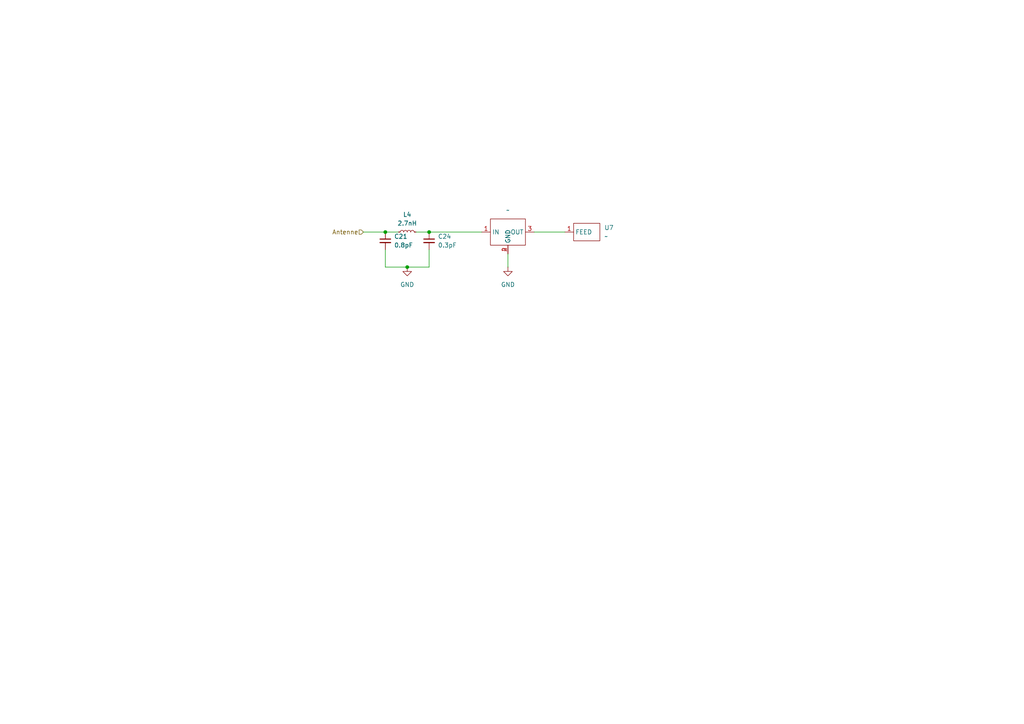
<source format=kicad_sch>
(kicad_sch
	(version 20250114)
	(generator "eeschema")
	(generator_version "9.0")
	(uuid "b0d12cb6-3018-4f6f-96fb-42b3d2fe9cd6")
	(paper "A4")
	(lib_symbols
		(symbol "DLF162500LT-5028A1:LOWPASS"
			(exclude_from_sim no)
			(in_bom yes)
			(on_board yes)
			(property "Reference" "U"
				(at 0 7.62 0)
				(effects
					(font
						(size 1.27 1.27)
					)
					(hide yes)
				)
			)
			(property "Value" ""
				(at 0 0 0)
				(effects
					(font
						(size 1.27 1.27)
					)
				)
			)
			(property "Footprint" ""
				(at 0 0 0)
				(effects
					(font
						(size 1.27 1.27)
					)
					(hide yes)
				)
			)
			(property "Datasheet" ""
				(at 0 0 0)
				(effects
					(font
						(size 1.27 1.27)
					)
					(hide yes)
				)
			)
			(property "Description" ""
				(at 0 0 0)
				(effects
					(font
						(size 1.27 1.27)
					)
					(hide yes)
				)
			)
			(symbol "LOWPASS_0_1"
				(rectangle
					(start -5.08 3.81)
					(end 5.08 -3.81)
					(stroke
						(width 0)
						(type default)
					)
					(fill
						(type none)
					)
				)
			)
			(symbol "LOWPASS_1_1"
				(pin input line
					(at -7.62 0 0)
					(length 2.54)
					(name "IN"
						(effects
							(font
								(size 1.27 1.27)
							)
						)
					)
					(number "1"
						(effects
							(font
								(size 1.27 1.27)
							)
						)
					)
				)
				(pin power_in line
					(at 0 -6.35 90)
					(length 2.54)
					(name "GND"
						(effects
							(font
								(size 1.27 1.27)
							)
						)
					)
					(number "2"
						(effects
							(font
								(size 1.27 1.27)
							)
						)
					)
				)
				(pin power_in line
					(at 0 -6.35 90)
					(length 2.54)
					(name "GND"
						(effects
							(font
								(size 1.27 1.27)
							)
						)
					)
					(number "4"
						(effects
							(font
								(size 1.27 1.27)
							)
						)
					)
				)
				(pin output line
					(at 7.62 0 180)
					(length 2.54)
					(name "OUT"
						(effects
							(font
								(size 1.27 1.27)
							)
						)
					)
					(number "3"
						(effects
							(font
								(size 1.27 1.27)
							)
						)
					)
				)
			)
			(embedded_fonts no)
		)
		(symbol "Device:C_Small"
			(pin_numbers
				(hide yes)
			)
			(pin_names
				(offset 0.254)
				(hide yes)
			)
			(exclude_from_sim no)
			(in_bom yes)
			(on_board yes)
			(property "Reference" "C"
				(at 0.254 1.778 0)
				(effects
					(font
						(size 1.27 1.27)
					)
					(justify left)
				)
			)
			(property "Value" "C_Small"
				(at 0.254 -2.032 0)
				(effects
					(font
						(size 1.27 1.27)
					)
					(justify left)
				)
			)
			(property "Footprint" ""
				(at 0 0 0)
				(effects
					(font
						(size 1.27 1.27)
					)
					(hide yes)
				)
			)
			(property "Datasheet" "~"
				(at 0 0 0)
				(effects
					(font
						(size 1.27 1.27)
					)
					(hide yes)
				)
			)
			(property "Description" "Unpolarized capacitor, small symbol"
				(at 0 0 0)
				(effects
					(font
						(size 1.27 1.27)
					)
					(hide yes)
				)
			)
			(property "ki_keywords" "capacitor cap"
				(at 0 0 0)
				(effects
					(font
						(size 1.27 1.27)
					)
					(hide yes)
				)
			)
			(property "ki_fp_filters" "C_*"
				(at 0 0 0)
				(effects
					(font
						(size 1.27 1.27)
					)
					(hide yes)
				)
			)
			(symbol "C_Small_0_1"
				(polyline
					(pts
						(xy -1.524 0.508) (xy 1.524 0.508)
					)
					(stroke
						(width 0.3048)
						(type default)
					)
					(fill
						(type none)
					)
				)
				(polyline
					(pts
						(xy -1.524 -0.508) (xy 1.524 -0.508)
					)
					(stroke
						(width 0.3302)
						(type default)
					)
					(fill
						(type none)
					)
				)
			)
			(symbol "C_Small_1_1"
				(pin passive line
					(at 0 2.54 270)
					(length 2.032)
					(name "~"
						(effects
							(font
								(size 1.27 1.27)
							)
						)
					)
					(number "1"
						(effects
							(font
								(size 1.27 1.27)
							)
						)
					)
				)
				(pin passive line
					(at 0 -2.54 90)
					(length 2.032)
					(name "~"
						(effects
							(font
								(size 1.27 1.27)
							)
						)
					)
					(number "2"
						(effects
							(font
								(size 1.27 1.27)
							)
						)
					)
				)
			)
			(embedded_fonts no)
		)
		(symbol "Device:L_Small"
			(pin_numbers
				(hide yes)
			)
			(pin_names
				(offset 0.254)
				(hide yes)
			)
			(exclude_from_sim no)
			(in_bom yes)
			(on_board yes)
			(property "Reference" "L"
				(at 0.762 1.016 0)
				(effects
					(font
						(size 1.27 1.27)
					)
					(justify left)
				)
			)
			(property "Value" "L_Small"
				(at 0.762 -1.016 0)
				(effects
					(font
						(size 1.27 1.27)
					)
					(justify left)
				)
			)
			(property "Footprint" ""
				(at 0 0 0)
				(effects
					(font
						(size 1.27 1.27)
					)
					(hide yes)
				)
			)
			(property "Datasheet" "~"
				(at 0 0 0)
				(effects
					(font
						(size 1.27 1.27)
					)
					(hide yes)
				)
			)
			(property "Description" "Inductor, small symbol"
				(at 0 0 0)
				(effects
					(font
						(size 1.27 1.27)
					)
					(hide yes)
				)
			)
			(property "ki_keywords" "inductor choke coil reactor magnetic"
				(at 0 0 0)
				(effects
					(font
						(size 1.27 1.27)
					)
					(hide yes)
				)
			)
			(property "ki_fp_filters" "Choke_* *Coil* Inductor_* L_*"
				(at 0 0 0)
				(effects
					(font
						(size 1.27 1.27)
					)
					(hide yes)
				)
			)
			(symbol "L_Small_0_1"
				(arc
					(start 0 2.032)
					(mid 0.5058 1.524)
					(end 0 1.016)
					(stroke
						(width 0)
						(type default)
					)
					(fill
						(type none)
					)
				)
				(arc
					(start 0 1.016)
					(mid 0.5058 0.508)
					(end 0 0)
					(stroke
						(width 0)
						(type default)
					)
					(fill
						(type none)
					)
				)
				(arc
					(start 0 0)
					(mid 0.5058 -0.508)
					(end 0 -1.016)
					(stroke
						(width 0)
						(type default)
					)
					(fill
						(type none)
					)
				)
				(arc
					(start 0 -1.016)
					(mid 0.5058 -1.524)
					(end 0 -2.032)
					(stroke
						(width 0)
						(type default)
					)
					(fill
						(type none)
					)
				)
			)
			(symbol "L_Small_1_1"
				(pin passive line
					(at 0 2.54 270)
					(length 0.508)
					(name "~"
						(effects
							(font
								(size 1.27 1.27)
							)
						)
					)
					(number "1"
						(effects
							(font
								(size 1.27 1.27)
							)
						)
					)
				)
				(pin passive line
					(at 0 -2.54 90)
					(length 0.508)
					(name "~"
						(effects
							(font
								(size 1.27 1.27)
							)
						)
					)
					(number "2"
						(effects
							(font
								(size 1.27 1.27)
							)
						)
					)
				)
			)
			(embedded_fonts no)
		)
		(symbol "antenna:AMCA31-2R450G-S1F-T3"
			(exclude_from_sim no)
			(in_bom yes)
			(on_board yes)
			(property "Reference" "U"
				(at 0 0 0)
				(effects
					(font
						(size 1.27 1.27)
					)
				)
			)
			(property "Value" ""
				(at 0 0 0)
				(effects
					(font
						(size 1.27 1.27)
					)
				)
			)
			(property "Footprint" ""
				(at 0 0 0)
				(effects
					(font
						(size 1.27 1.27)
					)
					(hide yes)
				)
			)
			(property "Datasheet" ""
				(at 0 0 0)
				(effects
					(font
						(size 1.27 1.27)
					)
					(hide yes)
				)
			)
			(property "Description" ""
				(at 0 0 0)
				(effects
					(font
						(size 1.27 1.27)
					)
					(hide yes)
				)
			)
			(symbol "AMCA31-2R450G-S1F-T3_0_1"
				(rectangle
					(start -3.81 2.54)
					(end 3.81 -2.54)
					(stroke
						(width 0)
						(type default)
					)
					(fill
						(type none)
					)
				)
			)
			(symbol "AMCA31-2R450G-S1F-T3_1_1"
				(pin input line
					(at -6.35 0 0)
					(length 2.54)
					(name "FEED"
						(effects
							(font
								(size 1.27 1.27)
							)
						)
					)
					(number "1"
						(effects
							(font
								(size 1.27 1.27)
							)
						)
					)
				)
			)
			(embedded_fonts no)
		)
		(symbol "power:GND"
			(power)
			(pin_numbers
				(hide yes)
			)
			(pin_names
				(offset 0)
				(hide yes)
			)
			(exclude_from_sim no)
			(in_bom yes)
			(on_board yes)
			(property "Reference" "#PWR"
				(at 0 -6.35 0)
				(effects
					(font
						(size 1.27 1.27)
					)
					(hide yes)
				)
			)
			(property "Value" "GND"
				(at 0 -3.81 0)
				(effects
					(font
						(size 1.27 1.27)
					)
				)
			)
			(property "Footprint" ""
				(at 0 0 0)
				(effects
					(font
						(size 1.27 1.27)
					)
					(hide yes)
				)
			)
			(property "Datasheet" ""
				(at 0 0 0)
				(effects
					(font
						(size 1.27 1.27)
					)
					(hide yes)
				)
			)
			(property "Description" "Power symbol creates a global label with name \"GND\" , ground"
				(at 0 0 0)
				(effects
					(font
						(size 1.27 1.27)
					)
					(hide yes)
				)
			)
			(property "ki_keywords" "global power"
				(at 0 0 0)
				(effects
					(font
						(size 1.27 1.27)
					)
					(hide yes)
				)
			)
			(symbol "GND_0_1"
				(polyline
					(pts
						(xy 0 0) (xy 0 -1.27) (xy 1.27 -1.27) (xy 0 -2.54) (xy -1.27 -1.27) (xy 0 -1.27)
					)
					(stroke
						(width 0)
						(type default)
					)
					(fill
						(type none)
					)
				)
			)
			(symbol "GND_1_1"
				(pin power_in line
					(at 0 0 270)
					(length 0)
					(name "~"
						(effects
							(font
								(size 1.27 1.27)
							)
						)
					)
					(number "1"
						(effects
							(font
								(size 1.27 1.27)
							)
						)
					)
				)
			)
			(embedded_fonts no)
		)
	)
	(junction
		(at 124.46 67.31)
		(diameter 0)
		(color 0 0 0 0)
		(uuid "095d66f1-06c2-41a0-8d93-a24f6987ffa0")
	)
	(junction
		(at 111.76 67.31)
		(diameter 0)
		(color 0 0 0 0)
		(uuid "0fa412a1-b9f6-4f23-a961-567af3eaf5ae")
	)
	(junction
		(at 118.11 77.47)
		(diameter 0)
		(color 0 0 0 0)
		(uuid "50fe6578-ae22-4acd-b602-3901543593ec")
	)
	(wire
		(pts
			(xy 111.76 67.31) (xy 115.57 67.31)
		)
		(stroke
			(width 0)
			(type default)
		)
		(uuid "14b64bac-8753-465c-9dea-62a63dd811de")
	)
	(wire
		(pts
			(xy 147.32 73.66) (xy 147.32 77.47)
		)
		(stroke
			(width 0)
			(type default)
		)
		(uuid "4605f409-7ceb-44d6-a171-f2042ddad362")
	)
	(wire
		(pts
			(xy 120.65 67.31) (xy 124.46 67.31)
		)
		(stroke
			(width 0)
			(type default)
		)
		(uuid "4742661c-140b-458c-8ec8-d828c7fd07ea")
	)
	(wire
		(pts
			(xy 154.94 67.31) (xy 163.83 67.31)
		)
		(stroke
			(width 0)
			(type default)
		)
		(uuid "540033ca-7bf2-4e04-8e77-369ad244f979")
	)
	(wire
		(pts
			(xy 111.76 72.39) (xy 111.76 77.47)
		)
		(stroke
			(width 0)
			(type default)
		)
		(uuid "55c0eab3-9144-4cc8-9b05-b5d62ded211f")
	)
	(wire
		(pts
			(xy 105.41 67.31) (xy 111.76 67.31)
		)
		(stroke
			(width 0)
			(type default)
		)
		(uuid "69a4926a-e7c5-49e9-b196-2d2891825a0a")
	)
	(wire
		(pts
			(xy 124.46 67.31) (xy 139.7 67.31)
		)
		(stroke
			(width 0)
			(type default)
		)
		(uuid "6c89de63-98c3-4a8b-9842-a2feab0a88e3")
	)
	(wire
		(pts
			(xy 111.76 77.47) (xy 118.11 77.47)
		)
		(stroke
			(width 0)
			(type default)
		)
		(uuid "adc4f6c8-8c6b-4a44-9857-f9043d66560e")
	)
	(wire
		(pts
			(xy 124.46 77.47) (xy 118.11 77.47)
		)
		(stroke
			(width 0)
			(type default)
		)
		(uuid "e17dee92-f059-4201-96d6-2fbd8d674a3e")
	)
	(wire
		(pts
			(xy 124.46 72.39) (xy 124.46 77.47)
		)
		(stroke
			(width 0)
			(type default)
		)
		(uuid "eb44cf54-586f-4934-90c7-045f16cb822a")
	)
	(hierarchical_label "Antenne"
		(shape input)
		(at 105.41 67.31 180)
		(effects
			(font
				(size 1.27 1.27)
			)
			(justify right)
		)
		(uuid "e0ef9577-6877-46b5-8ef1-d24b2643393e")
	)
	(symbol
		(lib_id "Device:C_Small")
		(at 124.46 69.85 0)
		(unit 1)
		(exclude_from_sim no)
		(in_bom yes)
		(on_board yes)
		(dnp no)
		(fields_autoplaced yes)
		(uuid "22cfae6f-3e86-4620-b93e-0062d558cb0f")
		(property "Reference" "C24"
			(at 127 68.5862 0)
			(effects
				(font
					(size 1.27 1.27)
				)
				(justify left)
			)
		)
		(property "Value" "0.3pF"
			(at 127 71.1262 0)
			(effects
				(font
					(size 1.27 1.27)
				)
				(justify left)
			)
		)
		(property "Footprint" ""
			(at 124.46 69.85 0)
			(effects
				(font
					(size 1.27 1.27)
				)
				(hide yes)
			)
		)
		(property "Datasheet" "~"
			(at 124.46 69.85 0)
			(effects
				(font
					(size 1.27 1.27)
				)
				(hide yes)
			)
		)
		(property "Description" "Unpolarized capacitor, small symbol"
			(at 124.46 69.85 0)
			(effects
				(font
					(size 1.27 1.27)
				)
				(hide yes)
			)
		)
		(pin "1"
			(uuid "367beb79-576f-4141-af4a-2af87e11c518")
		)
		(pin "2"
			(uuid "d8bc719b-bbea-41f2-815f-37fd04b58875")
		)
		(instances
			(project "PCB_robot_chat"
				(path "/3534a4da-1897-4a3c-809d-843e7f41fadb/dcb54d0e-6f93-4152-9411-db2ca32a4b3d"
					(reference "C24")
					(unit 1)
				)
			)
		)
	)
	(symbol
		(lib_id "DLF162500LT-5028A1:LOWPASS")
		(at 147.32 67.31 0)
		(unit 1)
		(exclude_from_sim no)
		(in_bom yes)
		(on_board yes)
		(dnp no)
		(fields_autoplaced yes)
		(uuid "252780ab-82b8-4250-b8ed-122971077be0")
		(property "Reference" "U8"
			(at 147.32 59.69 0)
			(effects
				(font
					(size 1.27 1.27)
				)
				(hide yes)
			)
		)
		(property "Value" "~"
			(at 147.32 60.96 0)
			(effects
				(font
					(size 1.27 1.27)
				)
			)
		)
		(property "Footprint" "DLF162500LT-5028A1:LOWPASS"
			(at 147.32 67.31 0)
			(effects
				(font
					(size 1.27 1.27)
				)
				(hide yes)
			)
		)
		(property "Datasheet" ""
			(at 147.32 67.31 0)
			(effects
				(font
					(size 1.27 1.27)
				)
				(hide yes)
			)
		)
		(property "Description" ""
			(at 147.32 67.31 0)
			(effects
				(font
					(size 1.27 1.27)
				)
				(hide yes)
			)
		)
		(pin "4"
			(uuid "5705d950-ce82-44cd-9979-fc4b80b860f6")
		)
		(pin "3"
			(uuid "0f6696de-891a-4221-9e9b-acd1b516f1eb")
		)
		(pin "1"
			(uuid "f8b41016-94e9-4eb1-9e78-ad7edec1cf5a")
		)
		(pin "2"
			(uuid "eb7b0e53-c818-4033-9bca-4bb25080402f")
		)
		(instances
			(project ""
				(path "/3534a4da-1897-4a3c-809d-843e7f41fadb/dcb54d0e-6f93-4152-9411-db2ca32a4b3d"
					(reference "U8")
					(unit 1)
				)
			)
		)
	)
	(symbol
		(lib_id "Device:C_Small")
		(at 111.76 69.85 0)
		(unit 1)
		(exclude_from_sim no)
		(in_bom yes)
		(on_board yes)
		(dnp no)
		(fields_autoplaced yes)
		(uuid "2c1e7044-39c2-4839-a5f1-2816c7a4244a")
		(property "Reference" "C21"
			(at 114.3 68.5862 0)
			(effects
				(font
					(size 1.27 1.27)
				)
				(justify left)
			)
		)
		(property "Value" "0.8pF"
			(at 114.3 71.1262 0)
			(effects
				(font
					(size 1.27 1.27)
				)
				(justify left)
			)
		)
		(property "Footprint" ""
			(at 111.76 69.85 0)
			(effects
				(font
					(size 1.27 1.27)
				)
				(hide yes)
			)
		)
		(property "Datasheet" "~"
			(at 111.76 69.85 0)
			(effects
				(font
					(size 1.27 1.27)
				)
				(hide yes)
			)
		)
		(property "Description" "Unpolarized capacitor, small symbol"
			(at 111.76 69.85 0)
			(effects
				(font
					(size 1.27 1.27)
				)
				(hide yes)
			)
		)
		(pin "1"
			(uuid "2c9258c3-41b2-4bfb-893d-a27a018a2277")
		)
		(pin "2"
			(uuid "c93611c4-68ed-42a6-9ff6-20a39999396a")
		)
		(instances
			(project "PCB_robot_chat"
				(path "/3534a4da-1897-4a3c-809d-843e7f41fadb/dcb54d0e-6f93-4152-9411-db2ca32a4b3d"
					(reference "C21")
					(unit 1)
				)
			)
		)
	)
	(symbol
		(lib_id "power:GND")
		(at 147.32 77.47 0)
		(unit 1)
		(exclude_from_sim no)
		(in_bom yes)
		(on_board yes)
		(dnp no)
		(fields_autoplaced yes)
		(uuid "375a722f-c382-4d06-9579-f18e09b7b3a7")
		(property "Reference" "#PWR049"
			(at 147.32 83.82 0)
			(effects
				(font
					(size 1.27 1.27)
				)
				(hide yes)
			)
		)
		(property "Value" "GND"
			(at 147.32 82.55 0)
			(effects
				(font
					(size 1.27 1.27)
				)
			)
		)
		(property "Footprint" ""
			(at 147.32 77.47 0)
			(effects
				(font
					(size 1.27 1.27)
				)
				(hide yes)
			)
		)
		(property "Datasheet" ""
			(at 147.32 77.47 0)
			(effects
				(font
					(size 1.27 1.27)
				)
				(hide yes)
			)
		)
		(property "Description" "Power symbol creates a global label with name \"GND\" , ground"
			(at 147.32 77.47 0)
			(effects
				(font
					(size 1.27 1.27)
				)
				(hide yes)
			)
		)
		(pin "1"
			(uuid "bf5603c5-eedc-4701-ab47-07e47bd589b1")
		)
		(instances
			(project "PCB_robot_chat"
				(path "/3534a4da-1897-4a3c-809d-843e7f41fadb/dcb54d0e-6f93-4152-9411-db2ca32a4b3d"
					(reference "#PWR049")
					(unit 1)
				)
			)
		)
	)
	(symbol
		(lib_id "antenna:AMCA31-2R450G-S1F-T3")
		(at 170.18 67.31 0)
		(unit 1)
		(exclude_from_sim no)
		(in_bom yes)
		(on_board yes)
		(dnp no)
		(fields_autoplaced yes)
		(uuid "5e794802-7cf9-497d-a6c1-7d7c72c8f2bd")
		(property "Reference" "U7"
			(at 175.26 66.0399 0)
			(effects
				(font
					(size 1.27 1.27)
				)
				(justify left)
			)
		)
		(property "Value" "~"
			(at 175.26 68.5799 0)
			(effects
				(font
					(size 1.27 1.27)
				)
				(justify left)
			)
		)
		(property "Footprint" "AMCA31-2R450G-S1F-T3:AMCA31-2R450G-S1F-T3"
			(at 170.18 67.31 0)
			(effects
				(font
					(size 1.27 1.27)
				)
				(hide yes)
			)
		)
		(property "Datasheet" ""
			(at 170.18 67.31 0)
			(effects
				(font
					(size 1.27 1.27)
				)
				(hide yes)
			)
		)
		(property "Description" ""
			(at 170.18 67.31 0)
			(effects
				(font
					(size 1.27 1.27)
				)
				(hide yes)
			)
		)
		(pin "1"
			(uuid "031c9093-fbd6-4cb2-9649-548750635057")
		)
		(instances
			(project ""
				(path "/3534a4da-1897-4a3c-809d-843e7f41fadb/dcb54d0e-6f93-4152-9411-db2ca32a4b3d"
					(reference "U7")
					(unit 1)
				)
			)
		)
	)
	(symbol
		(lib_id "power:GND")
		(at 118.11 77.47 0)
		(unit 1)
		(exclude_from_sim no)
		(in_bom yes)
		(on_board yes)
		(dnp no)
		(fields_autoplaced yes)
		(uuid "9f20cf61-c92d-4e07-b935-61aa7619f1fd")
		(property "Reference" "#PWR048"
			(at 118.11 83.82 0)
			(effects
				(font
					(size 1.27 1.27)
				)
				(hide yes)
			)
		)
		(property "Value" "GND"
			(at 118.11 82.55 0)
			(effects
				(font
					(size 1.27 1.27)
				)
			)
		)
		(property "Footprint" ""
			(at 118.11 77.47 0)
			(effects
				(font
					(size 1.27 1.27)
				)
				(hide yes)
			)
		)
		(property "Datasheet" ""
			(at 118.11 77.47 0)
			(effects
				(font
					(size 1.27 1.27)
				)
				(hide yes)
			)
		)
		(property "Description" "Power symbol creates a global label with name \"GND\" , ground"
			(at 118.11 77.47 0)
			(effects
				(font
					(size 1.27 1.27)
				)
				(hide yes)
			)
		)
		(pin "1"
			(uuid "9b9b31dd-8585-485d-9bd1-ec9b5a77903e")
		)
		(instances
			(project "PCB_robot_chat"
				(path "/3534a4da-1897-4a3c-809d-843e7f41fadb/dcb54d0e-6f93-4152-9411-db2ca32a4b3d"
					(reference "#PWR048")
					(unit 1)
				)
			)
		)
	)
	(symbol
		(lib_id "Device:L_Small")
		(at 118.11 67.31 90)
		(unit 1)
		(exclude_from_sim no)
		(in_bom yes)
		(on_board yes)
		(dnp no)
		(fields_autoplaced yes)
		(uuid "e247e92e-b80b-4192-9c40-7d07654575b7")
		(property "Reference" "L4"
			(at 118.11 62.23 90)
			(effects
				(font
					(size 1.27 1.27)
				)
			)
		)
		(property "Value" "2.7nH"
			(at 118.11 64.77 90)
			(effects
				(font
					(size 1.27 1.27)
				)
			)
		)
		(property "Footprint" ""
			(at 118.11 67.31 0)
			(effects
				(font
					(size 1.27 1.27)
				)
				(hide yes)
			)
		)
		(property "Datasheet" "~"
			(at 118.11 67.31 0)
			(effects
				(font
					(size 1.27 1.27)
				)
				(hide yes)
			)
		)
		(property "Description" "Inductor, small symbol"
			(at 118.11 67.31 0)
			(effects
				(font
					(size 1.27 1.27)
				)
				(hide yes)
			)
		)
		(pin "2"
			(uuid "8a17a1c2-b7a2-4173-b9f2-a81fdb4bf65a")
		)
		(pin "1"
			(uuid "e6c3d1fd-6ff3-4a17-a314-237a7af8581b")
		)
		(instances
			(project "PCB_robot_chat"
				(path "/3534a4da-1897-4a3c-809d-843e7f41fadb/dcb54d0e-6f93-4152-9411-db2ca32a4b3d"
					(reference "L4")
					(unit 1)
				)
			)
		)
	)
)

</source>
